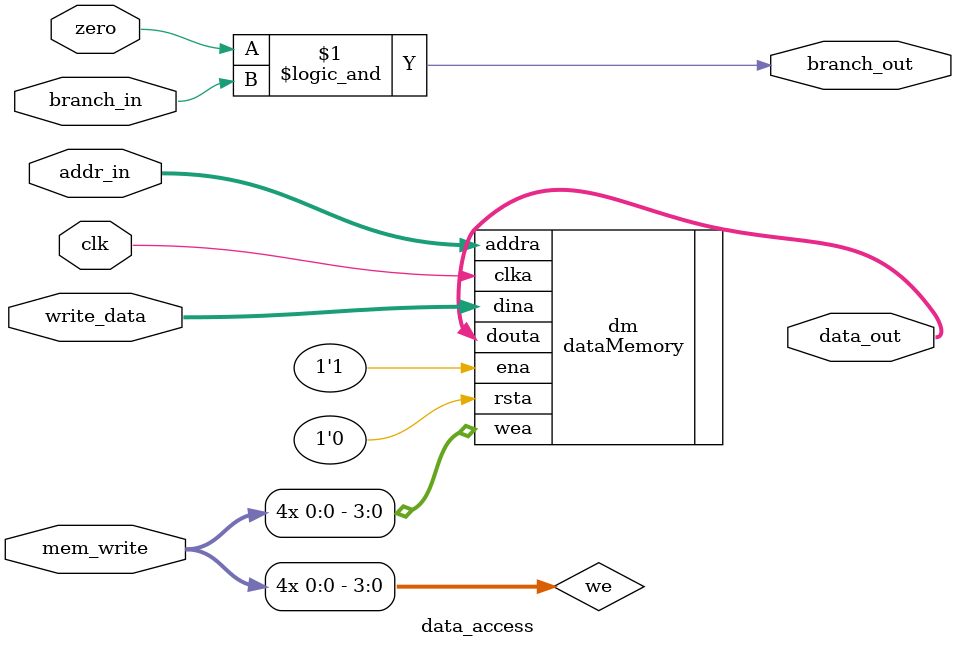
<source format=v>
`timescale 1ns / 1ps
module data_access
	#(
		parameter B=32, // ancho de la direccion
		parameter W=5	//ancho de 
	)
	(
		input wire clk,
		/*Data signals input*/
		input wire [B-1:0] addr_in,
		input wire [B-1:0] write_data,
		/*Control signals input*/
		input wire mem_write,
		//input wire mem_read,
		input wire zero,
		input wire branch_in,
		/*Data signals output*/
		output wire [B-1:0] data_out,
		/*Control signals output*/
		output wire branch_out
    );
		
		wire [3:0] we;
		assign we[3]=mem_write;
		assign we[2]=mem_write;
		assign we[1]=mem_write;
		assign we[0]=mem_write;
		
		dataMemory dm(	.clka(clk), 
							.rsta(1'b0),
							.ena(1'b1),
							.wea(we),
							.addra(addr_in),
							.dina(write_data),
							.douta(data_out));
	
		assign branch_out = zero && branch_in;

endmodule

</source>
